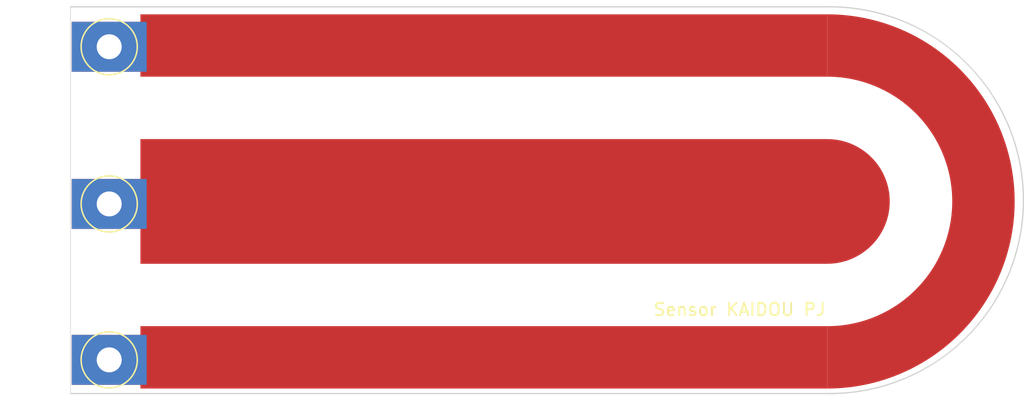
<source format=kicad_pcb>
(kicad_pcb (version 20221018) (generator pcbnew)
  (layers (0 "F.Cu" signal) (31 "B.Cu" signal) (34 "B.Paste" user) (35 "F.Paste" user) (36 "B.SilkS" user "B.Silkscreen") (37 "F.SilkS" user "F.Silkscreen") (38 "B.Mask" user) (39 "F.Mask" user) (44 "Edge.Cuts" user))
  (net 0 "")
  (footprint "" (layer "F.Cu") (at 152 75)
    (fp_text reference "" (at 0 0) (layer "F.SilkS") (effects (font (size 1.27 1.27))))
    (fp_text value "" (at 0 0) (layer "F.SilkS") (effects (font (size 1.27 1.27))))
    (pad "2" smd custom (at 0 0) (size 10 10) (layers "F.Cu") (options (clearance outline) (anchor circle)) (primitives (gr_rect (start -55 -5) (end 0 5) (width 0.00001) (fill yes))))
  )
  (footprint "TestPoint:TestPoint_Pad_D4.0mm" (layer "F.Cu") (at 94.5 75.2)
    (fp_text reference "REF**" hide)
    (fp_text value "TestPoint_Pad_D4.0mm")
    (fp_circle (center 0 0) (end 0 2.25) (stroke (width 0.12)) (fill none) (layer "F.SilkS"))
    (pad "2" thru_hole rect (at 0 0) (size 6 4) (drill 2) (layers "*.Cu" "*.Mask"))
  )
  (footprint "" (layer "F.Cu") (at 124.5 87.5)
    (fp_text reference "" (at 0 0) (layer "F.SilkS") (effects (font (size 1.27 1.27))))
    (fp_text value "" (at 0 0) (layer "F.SilkS") (effects (font (size 1.27 1.27))))
    (pad "3" smd rect (at 0 0) (size 55 5) (layers "F.Cu"))
  )
  (footprint "TestPoint:TestPoint_Pad_D4.0mm" (layer "F.Cu") (at 94.5 87.7)
    (fp_text reference "REF**" hide)
    (fp_text value "TestPoint_Pad_D4.0mm")
    (fp_circle (center 0 0) (end 0 2.25) (stroke (width 0.12)) (fill none) (layer "F.SilkS"))
    (pad "3" thru_hole rect (at 0 0) (size 6 4) (drill 2) (layers "*.Cu" "*.Mask"))
  )
  (footprint "" (layer "F.Cu") (at 124.5 62.5)
    (fp_text reference "" (at 0 0) (layer "F.SilkS") (effects (font (size 1.27 1.27))))
    (fp_text value "" (at 0 0) (layer "F.SilkS") (effects (font (size 1.27 1.27))))
    (pad "1" smd rect (at 0 0) (size 55 5) (layers "F.Cu"))
  )
  (footprint "TestPoint:TestPoint_Pad_D4.0mm" (layer "F.Cu") (at 94.5 62.6)
    (fp_text reference "REF**" hide)
    (fp_text value "TestPoint_Pad_D4.0mm")
    (fp_circle (center 0 0) (end 0 2.25) (stroke (width 0.12)) (fill none) (layer "F.SilkS"))
    (pad "1" thru_hole rect (at 0 0) (size 6 4) (drill 2) (layers "*.Cu" "*.Mask"))
  )
  (gr_poly (pts (arc (start 152 90) (mid 167 75) (end 152 60)) (arc (start 152 65) (mid 162 75) (end 152 85))) (stroke (width 0.001)) (fill solid) (layer "F.Cu"))
  (gr_line (start 152.7 90.4) (end 91.4 90.4) (stroke (width 0.1)) (layer "Edge.Cuts"))
  (gr_line (start 91.4 59.4) (end 91.4 90.4) (stroke (width 0.05)) (layer "Edge.Cuts"))
  (gr_line (start 152.2 59.4) (end 91.4 59.4) (stroke (width 0.1)) (layer "Edge.Cuts"))
  (gr_arc (start 152.2 59.4) (mid 167.7 74.9) (end 152.2 90.4) (stroke (width 0.1)) (layer "Edge.Cuts"))
  (gr_text "Sensor KAIDOU PJ" (at 138 84.25) (layer "F.SilkS") (effects (font (size 1 1)) (justify left bottom)))
)
</source>
